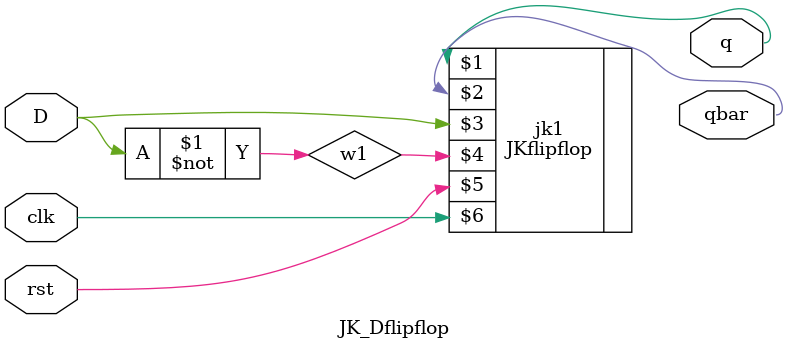
<source format=v>
`timescale 1ns / 1ps

module JK_Dflipflop(q,qbar,D,rst,clk);
output q,qbar;
input D,rst,clk;
not g1(w1,D);
JKflipflop jk1(q,qbar,D,w1,rst,clk);

endmodule

</source>
